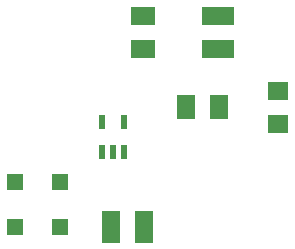
<source format=gbr>
G04 #@! TF.GenerationSoftware,KiCad,Pcbnew,(5.0.0)*
G04 #@! TF.CreationDate,2020-02-21T08:37:36-08:00*
G04 #@! TF.ProjectId,Battery Power Circuit V3,4261747465727920506F776572204369,rev?*
G04 #@! TF.SameCoordinates,Original*
G04 #@! TF.FileFunction,Paste,Top*
G04 #@! TF.FilePolarity,Positive*
%FSLAX46Y46*%
G04 Gerber Fmt 4.6, Leading zero omitted, Abs format (unit mm)*
G04 Created by KiCad (PCBNEW (5.0.0)) date 02/21/20 08:37:36*
%MOMM*%
%LPD*%
G01*
G04 APERTURE LIST*
%ADD10R,0.550000X1.200000*%
%ADD11R,1.400000X1.400000*%
%ADD12R,1.600000X2.700000*%
%ADD13R,2.700000X1.600000*%
%ADD14R,1.800000X1.600000*%
%ADD15R,1.600000X2.000000*%
%ADD16R,2.000000X1.600000*%
G04 APERTURE END LIST*
D10*
G04 #@! TO.C,U$1*
X147716100Y-104968600D03*
X149616100Y-104968600D03*
X149616100Y-107568600D03*
X148666100Y-107568600D03*
X147716100Y-107568600D03*
G04 #@! TD*
D11*
G04 #@! TO.C,D1*
X140416100Y-110078600D03*
X144216100Y-110078600D03*
G04 #@! TD*
G04 #@! TO.C,D2*
X140416100Y-113888600D03*
X144216100Y-113888600D03*
G04 #@! TD*
D12*
G04 #@! TO.C,C1*
X151336100Y-113888600D03*
X148536100Y-113888600D03*
G04 #@! TD*
D13*
G04 #@! TO.C,C2*
X157556100Y-98778600D03*
X157556100Y-95978600D03*
G04 #@! TD*
D14*
G04 #@! TO.C,C3*
X162636100Y-102328600D03*
X162636100Y-105128600D03*
G04 #@! TD*
D15*
G04 #@! TO.C,R1*
X154886100Y-103728600D03*
X157686100Y-103728600D03*
G04 #@! TD*
D16*
G04 #@! TO.C,R2*
X151206100Y-95978600D03*
X151206100Y-98778600D03*
G04 #@! TD*
M02*

</source>
